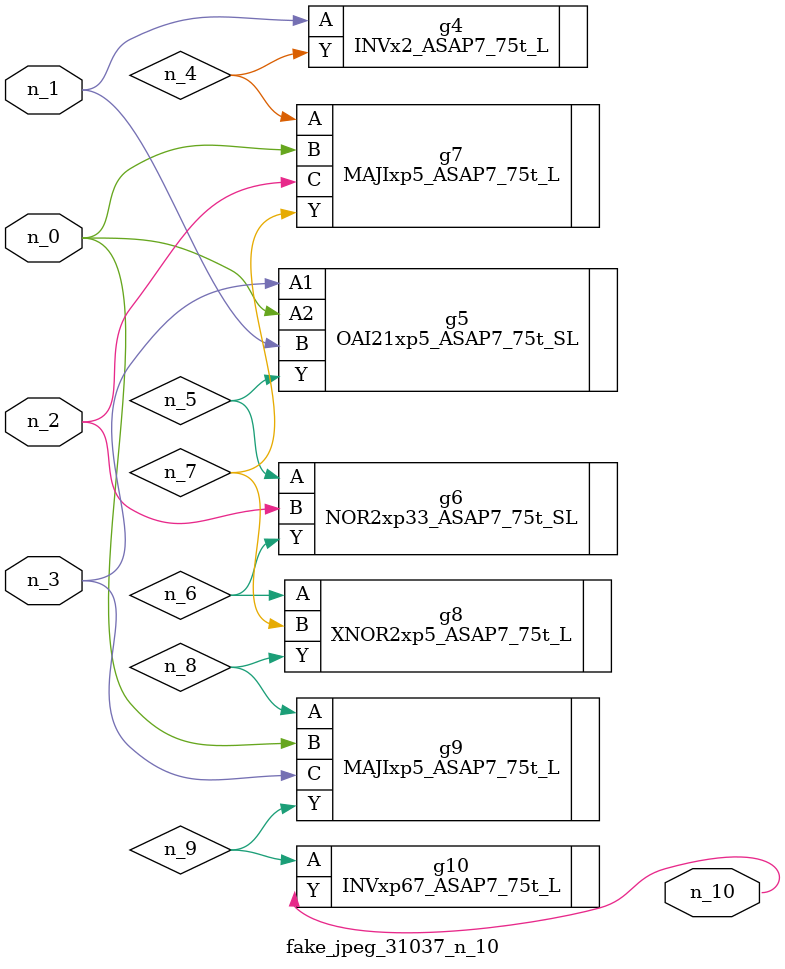
<source format=v>
module fake_jpeg_31037_n_10 (n_0, n_3, n_2, n_1, n_10);

input n_0;
input n_3;
input n_2;
input n_1;

output n_10;

wire n_4;
wire n_8;
wire n_9;
wire n_6;
wire n_5;
wire n_7;

INVx2_ASAP7_75t_L g4 ( 
.A(n_1),
.Y(n_4)
);

OAI21xp5_ASAP7_75t_SL g5 ( 
.A1(n_3),
.A2(n_0),
.B(n_1),
.Y(n_5)
);

NOR2xp33_ASAP7_75t_SL g6 ( 
.A(n_5),
.B(n_2),
.Y(n_6)
);

XNOR2xp5_ASAP7_75t_L g8 ( 
.A(n_6),
.B(n_7),
.Y(n_8)
);

MAJIxp5_ASAP7_75t_L g7 ( 
.A(n_4),
.B(n_0),
.C(n_2),
.Y(n_7)
);

MAJIxp5_ASAP7_75t_L g9 ( 
.A(n_8),
.B(n_0),
.C(n_3),
.Y(n_9)
);

INVxp67_ASAP7_75t_L g10 ( 
.A(n_9),
.Y(n_10)
);


endmodule
</source>
